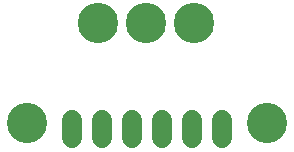
<source format=gts>
G75*
%MOIN*%
%OFA0B0*%
%FSLAX24Y24*%
%IPPOS*%
%LPD*%
%AMOC8*
5,1,8,0,0,1.08239X$1,22.5*
%
%ADD10C,0.1340*%
%ADD11C,0.1346*%
%ADD12C,0.0680*%
D10*
X001430Y001110D03*
X009430Y001110D03*
D11*
X007005Y004435D03*
X005405Y004435D03*
X003805Y004435D03*
D12*
X003930Y001210D02*
X003930Y000610D01*
X004930Y000610D02*
X004930Y001210D01*
X005930Y001210D02*
X005930Y000610D01*
X006930Y000610D02*
X006930Y001210D01*
X007930Y001210D02*
X007930Y000610D01*
X002930Y000610D02*
X002930Y001210D01*
M02*

</source>
